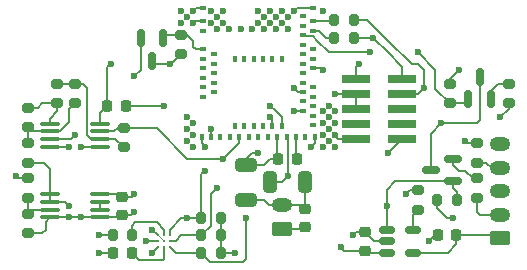
<source format=gtl>
%TF.GenerationSoftware,KiCad,Pcbnew,9.0.7+1*%
%TF.CreationDate,2026-03-09T20:20:31+00:00*%
%TF.ProjectId,Test_5,54657374-5f35-42e6-9b69-6361645f7063,NO_TAG+ (Unreleased)*%
%TF.SameCoordinates,Original*%
%TF.FileFunction,Copper,L1,Top*%
%TF.FilePolarity,Positive*%
%FSLAX46Y46*%
G04 Gerber Fmt 4.6, Leading zero omitted, Abs format (unit mm)*
G04 Created by KiCad (PCBNEW 9.0.7+1) date 2026-03-09 20:20:31*
%MOMM*%
%LPD*%
G01*
G04 APERTURE LIST*
G04 Aperture macros list*
%AMRoundRect*
0 Rectangle with rounded corners*
0 $1 Rounding radius*
0 $2 $3 $4 $5 $6 $7 $8 $9 X,Y pos of 4 corners*
0 Add a 4 corners polygon primitive as box body*
4,1,4,$2,$3,$4,$5,$6,$7,$8,$9,$2,$3,0*
0 Add four circle primitives for the rounded corners*
1,1,$1+$1,$2,$3*
1,1,$1+$1,$4,$5*
1,1,$1+$1,$6,$7*
1,1,$1+$1,$8,$9*
0 Add four rect primitives between the rounded corners*
20,1,$1+$1,$2,$3,$4,$5,0*
20,1,$1+$1,$4,$5,$6,$7,0*
20,1,$1+$1,$6,$7,$8,$9,0*
20,1,$1+$1,$8,$9,$2,$3,0*%
G04 Aperture macros list end*
%TA.AperFunction,SMDPad,CuDef*%
%ADD10RoundRect,0.225000X-0.225000X-0.250000X0.225000X-0.250000X0.225000X0.250000X-0.225000X0.250000X0*%
%TD*%
%TA.AperFunction,SMDPad,CuDef*%
%ADD11RoundRect,0.200000X-0.275000X0.200000X-0.275000X-0.200000X0.275000X-0.200000X0.275000X0.200000X0*%
%TD*%
%TA.AperFunction,SMDPad,CuDef*%
%ADD12RoundRect,0.200000X0.200000X0.275000X-0.200000X0.275000X-0.200000X-0.275000X0.200000X-0.275000X0*%
%TD*%
%TA.AperFunction,SMDPad,CuDef*%
%ADD13RoundRect,0.225000X0.250000X-0.225000X0.250000X0.225000X-0.250000X0.225000X-0.250000X-0.225000X0*%
%TD*%
%TA.AperFunction,BGAPad,CuDef*%
%ADD14C,0.245000*%
%TD*%
%TA.AperFunction,SMDPad,CuDef*%
%ADD15RoundRect,0.200000X0.275000X-0.200000X0.275000X0.200000X-0.275000X0.200000X-0.275000X-0.200000X0*%
%TD*%
%TA.AperFunction,SMDPad,CuDef*%
%ADD16R,0.600000X0.400000*%
%TD*%
%TA.AperFunction,SMDPad,CuDef*%
%ADD17R,0.400000X0.600000*%
%TD*%
%TA.AperFunction,SMDPad,CuDef*%
%ADD18RoundRect,0.150000X-0.512500X-0.150000X0.512500X-0.150000X0.512500X0.150000X-0.512500X0.150000X0*%
%TD*%
%TA.AperFunction,SMDPad,CuDef*%
%ADD19RoundRect,0.218750X-0.218750X-0.256250X0.218750X-0.256250X0.218750X0.256250X-0.218750X0.256250X0*%
%TD*%
%TA.AperFunction,SMDPad,CuDef*%
%ADD20RoundRect,0.250000X-0.650000X0.325000X-0.650000X-0.325000X0.650000X-0.325000X0.650000X0.325000X0*%
%TD*%
%TA.AperFunction,SMDPad,CuDef*%
%ADD21RoundRect,0.150000X0.587500X0.150000X-0.587500X0.150000X-0.587500X-0.150000X0.587500X-0.150000X0*%
%TD*%
%TA.AperFunction,SMDPad,CuDef*%
%ADD22RoundRect,0.225000X0.225000X0.250000X-0.225000X0.250000X-0.225000X-0.250000X0.225000X-0.250000X0*%
%TD*%
%TA.AperFunction,SMDPad,CuDef*%
%ADD23RoundRect,0.250000X-0.325000X-0.650000X0.325000X-0.650000X0.325000X0.650000X-0.325000X0.650000X0*%
%TD*%
%TA.AperFunction,SMDPad,CuDef*%
%ADD24RoundRect,0.150000X-0.150000X0.587500X-0.150000X-0.587500X0.150000X-0.587500X0.150000X0.587500X0*%
%TD*%
%TA.AperFunction,SMDPad,CuDef*%
%ADD25RoundRect,0.150000X0.150000X-0.587500X0.150000X0.587500X-0.150000X0.587500X-0.150000X-0.587500X0*%
%TD*%
%TA.AperFunction,SMDPad,CuDef*%
%ADD26RoundRect,0.100000X-0.712500X-0.100000X0.712500X-0.100000X0.712500X0.100000X-0.712500X0.100000X0*%
%TD*%
%TA.AperFunction,SMDPad,CuDef*%
%ADD27R,2.400000X0.740000*%
%TD*%
%TA.AperFunction,SMDPad,CuDef*%
%ADD28RoundRect,0.225000X-0.250000X0.225000X-0.250000X-0.225000X0.250000X-0.225000X0.250000X0.225000X0*%
%TD*%
%TA.AperFunction,SMDPad,CuDef*%
%ADD29RoundRect,0.200000X-0.200000X-0.275000X0.200000X-0.275000X0.200000X0.275000X-0.200000X0.275000X0*%
%TD*%
%TA.AperFunction,ComponentPad*%
%ADD30RoundRect,0.250000X0.625000X-0.350000X0.625000X0.350000X-0.625000X0.350000X-0.625000X-0.350000X0*%
%TD*%
%TA.AperFunction,ComponentPad*%
%ADD31O,1.750000X1.200000*%
%TD*%
%TA.AperFunction,ViaPad*%
%ADD32C,0.600000*%
%TD*%
%TA.AperFunction,Conductor*%
%ADD33C,0.200000*%
%TD*%
%TA.AperFunction,Conductor*%
%ADD34C,0.100000*%
%TD*%
G04 APERTURE END LIST*
D10*
%TO.P,C2,1*%
%TO.N,+3.3V*%
X10225000Y14000000D03*
%TO.P,C2,2*%
%TO.N,GND*%
X11775000Y14000000D03*
%TD*%
D11*
%TO.P,R9,1*%
%TO.N,+3.3V*%
X41500000Y10825000D03*
%TO.P,R9,2*%
%TO.N,/Project Architecture/BLE Controller/~{PAIR_SW}*%
X41500000Y9175000D03*
%TD*%
D12*
%TO.P,R11,1*%
%TO.N,/Project Architecture/Power and Interface/SWDCLK*%
X31075000Y21250000D03*
%TO.P,R11,2*%
%TO.N,Net-(U3-SWDCLK)*%
X29425000Y21250000D03*
%TD*%
D11*
%TO.P,R6,1*%
%TO.N,Net-(U2B--)*%
X7500000Y15825000D03*
%TO.P,R6,2*%
%TO.N,Net-(U2A--)*%
X7500000Y14175000D03*
%TD*%
D12*
%TO.P,R13,1*%
%TO.N,+3.3V*%
X19825000Y1500000D03*
%TO.P,R13,2*%
%TO.N,/Project Architecture/BLE Controller/SCL*%
X18175000Y1500000D03*
%TD*%
D11*
%TO.P,R18,1*%
%TO.N,Net-(Q3-S)*%
X44250000Y15825000D03*
%TO.P,R18,2*%
%TO.N,/Project Architecture/Power and Interface/PAIR_LED_IO*%
X44250000Y14175000D03*
%TD*%
%TO.P,R5,1*%
%TO.N,Net-(R5-Pad1)*%
X3500000Y13825000D03*
%TO.P,R5,2*%
%TO.N,Net-(U2A--)*%
X3500000Y12175000D03*
%TD*%
D13*
%TO.P,C8,1*%
%TO.N,VDD*%
X32000000Y1725000D03*
%TO.P,C8,2*%
%TO.N,GND*%
X32000000Y3275000D03*
%TD*%
D14*
%TO.P,U4,A1,GPOUT*%
%TO.N,/Project Architecture/BLE Controller/~{BATT_INT}*%
X15500000Y3000000D03*
%TO.P,U4,A2,SDA*%
%TO.N,/Project Architecture/BLE Controller/SDA*%
X15500000Y2500000D03*
%TO.P,U4,A3,SCL*%
%TO.N,/Project Architecture/BLE Controller/SCL*%
X15500000Y2000000D03*
%TO.P,U4,B1,BIN*%
%TO.N,Net-(U4-BIN)*%
X15000000Y3000000D03*
%TO.P,U4,B2,VSS*%
%TO.N,GND*%
X15000000Y2500000D03*
%TO.P,U4,B3,VDD*%
%TO.N,Net-(U4-VDD)*%
X15000000Y2000000D03*
%TO.P,U4,C1,VSS*%
%TO.N,GND*%
X14500000Y3000000D03*
%TO.P,U4,C2,SRX*%
%TO.N,VDD*%
X14500000Y2500000D03*
%TO.P,U4,C3,BAT*%
%TO.N,Net-(J1-Pin_1)*%
X14500000Y2000000D03*
%TD*%
D15*
%TO.P,R2,1*%
%TO.N,Net-(U1A-+)*%
X3500000Y6175000D03*
%TO.P,R2,2*%
%TO.N,+3.3V*%
X3500000Y7825000D03*
%TD*%
D11*
%TO.P,R19,1*%
%TO.N,+3.3V*%
X39250000Y15825000D03*
%TO.P,R19,2*%
%TO.N,/Project Architecture/BLE Controller/~{PAIR_LED}*%
X39250000Y14175000D03*
%TD*%
D16*
%TO.P,U3,1,GND*%
%TO.N,GND*%
X18350000Y22250000D03*
%TO.P,U3,2,GND*%
X18350000Y21150000D03*
%TO.P,U3,3,P1.10*%
%TO.N,unconnected-(U3-P1.10-Pad3)*%
X18350000Y20350000D03*
%TO.P,U3,4,P1.11*%
%TO.N,/Project Architecture/BLE Controller/~{LOAD_CELL_EN}*%
X18350000Y18750000D03*
%TO.P,U3,5,P1.12*%
%TO.N,unconnected-(U3-P1.12-Pad5)*%
X19250000Y18350000D03*
%TO.P,U3,6,P1.13*%
%TO.N,unconnected-(U3-P1.13-Pad6)*%
X18350000Y17950000D03*
%TO.P,U3,7,P1.14*%
%TO.N,unconnected-(U3-P1.14-Pad7)*%
X19250000Y17550000D03*
%TO.P,U3,8,P1.15*%
%TO.N,unconnected-(U3-P1.15-Pad8)*%
X18350000Y17150000D03*
%TO.P,U3,9,P0.03*%
%TO.N,unconnected-(U3-P0.03-Pad9)*%
X19250000Y16750000D03*
%TO.P,U3,10,P0.29*%
%TO.N,unconnected-(U3-P0.29-Pad10)*%
X18350000Y16350000D03*
%TO.P,U3,11,P0.02*%
%TO.N,unconnected-(U3-P0.02-Pad11)*%
X19250000Y15950000D03*
%TO.P,U3,12,P0.31*%
%TO.N,unconnected-(U3-P0.31-Pad12)*%
X18350000Y15550000D03*
%TO.P,U3,13,P0.28*%
%TO.N,unconnected-(U3-P0.28-Pad13)*%
X19250000Y15150000D03*
%TO.P,U3,14,P0.30*%
%TO.N,unconnected-(U3-P0.30-Pad14)*%
X18350000Y14750000D03*
D17*
%TO.P,U3,15,GND*%
%TO.N,GND*%
X18200000Y11350000D03*
%TO.P,U3,16,P0.27*%
%TO.N,/Project Architecture/BLE Controller/~{BATT_INT}*%
X19000000Y11350000D03*
%TO.P,U3,17,P0.00*%
%TO.N,unconnected-(U3-P0.00-Pad17)*%
X19800000Y11350000D03*
%TO.P,U3,18,P0.01*%
%TO.N,unconnected-(U3-P0.01-Pad18)*%
X20600000Y11350000D03*
%TO.P,U3,19,P0.26*%
%TO.N,unconnected-(U3-P0.26-Pad19)*%
X21000000Y12250000D03*
%TO.P,U3,20,P0.04*%
%TO.N,/Project Architecture/BLE Controller/LOAD_CELL*%
X21400000Y11350000D03*
%TO.P,U3,21,P0.05*%
%TO.N,unconnected-(U3-P0.05-Pad21)*%
X21800000Y12250000D03*
%TO.P,U3,22,P0.06*%
%TO.N,unconnected-(U3-P0.06-Pad22)*%
X22200000Y11350000D03*
%TO.P,U3,23,P0.07*%
%TO.N,unconnected-(U3-P0.07-Pad23)*%
X22600000Y12250000D03*
%TO.P,U3,24,P0.08*%
%TO.N,unconnected-(U3-P0.08-Pad24)*%
X23000000Y11350000D03*
%TO.P,U3,25,P1.08*%
%TO.N,unconnected-(U3-P1.08-Pad25)*%
X23400000Y12250000D03*
%TO.P,U3,26,P1.09*%
%TO.N,unconnected-(U3-P1.09-Pad26)*%
X23800000Y11350000D03*
%TO.P,U3,27,P0.11*%
%TO.N,/Project Architecture/BLE Controller/SCL*%
X24200000Y12250000D03*
%TO.P,U3,28,VDD*%
%TO.N,+3.3V*%
X24600000Y11350000D03*
%TO.P,U3,29,P0.12*%
%TO.N,/Project Architecture/BLE Controller/SDA*%
X25000000Y12250000D03*
%TO.P,U3,30,VDDH*%
%TO.N,VDD*%
X25400000Y11350000D03*
%TO.P,U3,31,DCCH*%
%TO.N,Net-(U3-DCCH)*%
X26200000Y11350000D03*
%TO.P,U3,32,VBUS*%
%TO.N,unconnected-(U3-VBUS-Pad32)*%
X27000000Y11350000D03*
%TO.P,U3,33,GND*%
%TO.N,GND*%
X27800000Y11350000D03*
D16*
%TO.P,U3,34,D-*%
%TO.N,unconnected-(U3-D--Pad34)*%
X27650000Y12350000D03*
%TO.P,U3,35,D+*%
%TO.N,unconnected-(U3-D+-Pad35)*%
X27650000Y13150000D03*
%TO.P,U3,36,P0.14*%
%TO.N,/Project Architecture/Power and Interface/STAT*%
X26750000Y13550000D03*
%TO.P,U3,37,P0.13*%
%TO.N,unconnected-(U3-P0.13-Pad37)*%
X27650000Y13950000D03*
%TO.P,U3,38,P0.16*%
%TO.N,unconnected-(U3-P0.16-Pad38)*%
X26750000Y14350000D03*
%TO.P,U3,39,P0.15*%
%TO.N,unconnected-(U3-P0.15-Pad39)*%
X27650000Y14750000D03*
%TO.P,U3,40,P0.18*%
%TO.N,/Project Architecture/Power and Interface/~{RESET}*%
X26750000Y15150000D03*
%TO.P,U3,41,P0.17*%
%TO.N,unconnected-(U3-P0.17-Pad41)*%
X27650000Y15550000D03*
%TO.P,U3,42,P0.19*%
%TO.N,unconnected-(U3-P0.19-Pad42)*%
X26750000Y15950000D03*
%TO.P,U3,43,P0.21*%
%TO.N,unconnected-(U3-P0.21-Pad43)*%
X26750000Y16750000D03*
%TO.P,U3,44,P0.20*%
%TO.N,/Project Architecture/BLE Controller/~{PAIR_SW}*%
X27650000Y17150000D03*
%TO.P,U3,45,P0.23*%
%TO.N,unconnected-(U3-P0.23-Pad45)*%
X26750000Y17550000D03*
%TO.P,U3,46,P0.22*%
%TO.N,unconnected-(U3-P0.22-Pad46)*%
X27650000Y17950000D03*
%TO.P,U3,47,P1.00*%
%TO.N,unconnected-(U3-P1.00-Pad47)*%
X26750000Y18350000D03*
%TO.P,U3,48,P0.24*%
%TO.N,unconnected-(U3-P0.24-Pad48)*%
X27650000Y18750000D03*
%TO.P,U3,49,P0.25*%
%TO.N,unconnected-(U3-P0.25-Pad49)*%
X26750000Y19150000D03*
%TO.P,U3,50,P1.02*%
%TO.N,/Project Architecture/BLE Controller/~{PAIR_LED}*%
X26750000Y19950000D03*
%TO.P,U3,51,SWDIO*%
%TO.N,Net-(U3-SWDIO)*%
X27650000Y20350000D03*
%TO.P,U3,52,P0.09*%
%TO.N,unconnected-(U3-P0.09-Pad52)*%
X26750000Y20750000D03*
%TO.P,U3,53,SWDCLK*%
%TO.N,Net-(U3-SWDCLK)*%
X27650000Y21150000D03*
%TO.P,U3,54,P0.10*%
%TO.N,unconnected-(U3-P0.10-Pad54)*%
X26750000Y21550000D03*
%TO.P,U3,55,GND*%
%TO.N,GND*%
X27650000Y22250000D03*
D17*
%TO.P,U3,56,P1.04*%
%TO.N,unconnected-(U3-P1.04-Pad56)*%
X21000000Y17950000D03*
%TO.P,U3,57,P1.06*%
%TO.N,unconnected-(U3-P1.06-Pad57)*%
X21800000Y17950000D03*
%TO.P,U3,58,P1.07*%
%TO.N,unconnected-(U3-P1.07-Pad58)*%
X22600000Y17950000D03*
%TO.P,U3,59,P1.05*%
%TO.N,unconnected-(U3-P1.05-Pad59)*%
X23400000Y17950000D03*
%TO.P,U3,60,P1.03*%
%TO.N,unconnected-(U3-P1.03-Pad60)*%
X24200000Y17950000D03*
%TO.P,U3,61,P1.01*%
%TO.N,unconnected-(U3-P1.01-Pad61)*%
X25000000Y17950000D03*
%TD*%
D15*
%TO.P,R17,1*%
%TO.N,Net-(U5-PROG)*%
X36500000Y5175000D03*
%TO.P,R17,2*%
%TO.N,GND*%
X36500000Y6825000D03*
%TD*%
%TO.P,R3,1*%
%TO.N,GND*%
X3500000Y3175000D03*
%TO.P,R3,2*%
%TO.N,Net-(U1A-+)*%
X3500000Y4825000D03*
%TD*%
D12*
%TO.P,R20,1*%
%TO.N,+3.3V*%
X19825000Y4500000D03*
%TO.P,R20,2*%
%TO.N,/Project Architecture/BLE Controller/~{BATT_INT}*%
X18175000Y4500000D03*
%TD*%
D18*
%TO.P,U5,1,STAT*%
%TO.N,/Project Architecture/Power and Interface/STAT*%
X33862500Y3450000D03*
%TO.P,U5,2,V_{SS}*%
%TO.N,GND*%
X33862500Y2500000D03*
%TO.P,U5,3,V_{BAT}*%
%TO.N,VDD*%
X33862500Y1550000D03*
%TO.P,U5,4,V_{DD}*%
%TO.N,VBUS*%
X36137500Y1550000D03*
%TO.P,U5,5,PROG*%
%TO.N,Net-(U5-PROG)*%
X36137500Y3450000D03*
%TD*%
D12*
%TO.P,R12,1*%
%TO.N,+3.3V*%
X19825000Y3000000D03*
%TO.P,R12,2*%
%TO.N,/Project Architecture/BLE Controller/SDA*%
X18175000Y3000000D03*
%TD*%
D13*
%TO.P,C5,1*%
%TO.N,Net-(J1-Pin_1)*%
X27000000Y3725000D03*
%TO.P,C5,2*%
%TO.N,GND*%
X27000000Y5275000D03*
%TD*%
D19*
%TO.P,L1,1*%
%TO.N,+3.3V*%
X24712500Y9500000D03*
%TO.P,L1,2*%
%TO.N,Net-(U3-DCCH)*%
X26287500Y9500000D03*
%TD*%
D20*
%TO.P,C4,1*%
%TO.N,+3.3V*%
X22000000Y8975000D03*
%TO.P,C4,2*%
%TO.N,GND*%
X22000000Y6025000D03*
%TD*%
D11*
%TO.P,R8,1*%
%TO.N,/Project Architecture/BLE Controller/LOAD_CELL*%
X11612500Y12100000D03*
%TO.P,R8,2*%
%TO.N,Net-(U2B--)*%
X11612500Y10450000D03*
%TD*%
D21*
%TO.P,Q2,1,G*%
%TO.N,/Project Architecture/Power and Interface/STAT*%
X39500000Y7600000D03*
%TO.P,Q2,2,S*%
%TO.N,Net-(Q2-S)*%
X39500000Y9500000D03*
%TO.P,Q2,3,D*%
%TO.N,VDD*%
X37625000Y8550000D03*
%TD*%
D22*
%TO.P,C6,1*%
%TO.N,Net-(U4-VDD)*%
X12275000Y1500000D03*
%TO.P,C6,2*%
%TO.N,GND*%
X10725000Y1500000D03*
%TD*%
D23*
%TO.P,C3,1*%
%TO.N,VDD*%
X24025000Y7500000D03*
%TO.P,C3,2*%
%TO.N,GND*%
X26975000Y7500000D03*
%TD*%
D24*
%TO.P,Q1,1,G*%
%TO.N,/Project Architecture/BLE Controller/~{LOAD_CELL_EN}*%
X14950000Y19687500D03*
%TO.P,Q1,2,S*%
%TO.N,/Project Architecture/Load Cell Amp/EXC+*%
X13050000Y19687500D03*
%TO.P,Q1,3,D*%
%TO.N,+3.3V*%
X14000000Y17812500D03*
%TD*%
D25*
%TO.P,Q3,1,G*%
%TO.N,/Project Architecture/BLE Controller/~{PAIR_LED}*%
X40800000Y14562500D03*
%TO.P,Q3,2,S*%
%TO.N,Net-(Q3-S)*%
X42700000Y14562500D03*
%TO.P,Q3,3,D*%
%TO.N,VDD*%
X41750000Y16437500D03*
%TD*%
D26*
%TO.P,U2,1*%
%TO.N,Net-(R5-Pad1)*%
X5387500Y12475000D03*
%TO.P,U2,2,-*%
%TO.N,Net-(U2A--)*%
X5387500Y11825000D03*
%TO.P,U2,3,+*%
%TO.N,/Project Architecture/Load Cell Amp/SIG+*%
X5387500Y11175000D03*
%TO.P,U2,4,V-*%
%TO.N,GND*%
X5387500Y10525000D03*
%TO.P,U2,5,+*%
%TO.N,/Project Architecture/Load Cell Amp/SIG-*%
X9612500Y10525000D03*
%TO.P,U2,6,-*%
%TO.N,Net-(U2B--)*%
X9612500Y11175000D03*
%TO.P,U2,7*%
%TO.N,/Project Architecture/BLE Controller/LOAD_CELL*%
X9612500Y11825000D03*
%TO.P,U2,8,V+*%
%TO.N,+3.3V*%
X9612500Y12475000D03*
%TD*%
D11*
%TO.P,R14,1*%
%TO.N,Net-(Q2-S)*%
X41500000Y7825000D03*
%TO.P,R14,2*%
%TO.N,/Project Architecture/Power and Interface/CHARGE_LED_IO*%
X41500000Y6175000D03*
%TD*%
D22*
%TO.P,C7,1*%
%TO.N,VBUS*%
X39775000Y3000000D03*
%TO.P,C7,2*%
%TO.N,GND*%
X38225000Y3000000D03*
%TD*%
D27*
%TO.P,J3,1,VTref*%
%TO.N,+3.3V*%
X31300000Y16290000D03*
%TO.P,J3,2,SWDIO/TMS*%
%TO.N,/Project Architecture/Power and Interface/SWDIO*%
X35200000Y16290000D03*
%TO.P,J3,3,GND*%
%TO.N,GND*%
X31300000Y15020000D03*
%TO.P,J3,4,SWCLK/TCK*%
%TO.N,/Project Architecture/Power and Interface/SWDCLK*%
X35200000Y15020000D03*
%TO.P,J3,5,GND*%
%TO.N,GND*%
X31300000Y13750000D03*
%TO.P,J3,6,SWO/TDO*%
%TO.N,unconnected-(J3-SWO{slash}TDO-Pad6)*%
X35200000Y13750000D03*
%TO.P,J3,7,KEY*%
%TO.N,unconnected-(J3-KEY-Pad7)*%
X31300000Y12480000D03*
%TO.P,J3,8,NC/TDI*%
%TO.N,unconnected-(J3-NC{slash}TDI-Pad8)*%
X35200000Y12480000D03*
%TO.P,J3,9,GNDDetect*%
%TO.N,GND*%
X31300000Y11210000D03*
%TO.P,J3,10,~{RESET}*%
%TO.N,/Project Architecture/Power and Interface/~{RESET}*%
X35200000Y11210000D03*
%TD*%
D28*
%TO.P,C1,1*%
%TO.N,+3.3V*%
X11500000Y6275000D03*
%TO.P,C1,2*%
%TO.N,GND*%
X11500000Y4725000D03*
%TD*%
D11*
%TO.P,R4,1*%
%TO.N,Net-(U2A--)*%
X3500000Y10825000D03*
%TO.P,R4,2*%
%TO.N,Net-(U1A--)*%
X3500000Y9175000D03*
%TD*%
D15*
%TO.P,R1,1*%
%TO.N,+3.3V*%
X16500000Y18350000D03*
%TO.P,R1,2*%
%TO.N,/Project Architecture/BLE Controller/~{LOAD_CELL_EN}*%
X16500000Y20000000D03*
%TD*%
D29*
%TO.P,R16,1*%
%TO.N,+3.3V*%
X38175000Y6000000D03*
%TO.P,R16,2*%
%TO.N,/Project Architecture/Power and Interface/STAT*%
X39825000Y6000000D03*
%TD*%
D11*
%TO.P,R7,1*%
%TO.N,Net-(U2B--)*%
X6000000Y15825000D03*
%TO.P,R7,2*%
%TO.N,Net-(R5-Pad1)*%
X6000000Y14175000D03*
%TD*%
D12*
%TO.P,R15,1*%
%TO.N,Net-(U4-BIN)*%
X12325000Y3000000D03*
%TO.P,R15,2*%
%TO.N,GND*%
X10675000Y3000000D03*
%TD*%
D26*
%TO.P,U1,1*%
%TO.N,Net-(U1A--)*%
X5387500Y6475000D03*
%TO.P,U1,2,-*%
X5387500Y5825000D03*
%TO.P,U1,3,+*%
%TO.N,Net-(U1A-+)*%
X5387500Y5175000D03*
%TO.P,U1,4,V-*%
%TO.N,GND*%
X5387500Y4525000D03*
%TO.P,U1,5,+*%
X9612500Y4525000D03*
%TO.P,U1,6,-*%
%TO.N,Net-(U1B--)*%
X9612500Y5175000D03*
%TO.P,U1,7*%
X9612500Y5825000D03*
%TO.P,U1,8,V+*%
%TO.N,+3.3V*%
X9612500Y6475000D03*
%TD*%
D12*
%TO.P,R10,1*%
%TO.N,/Project Architecture/Power and Interface/SWDIO*%
X31075000Y19750000D03*
%TO.P,R10,2*%
%TO.N,Net-(U3-SWDIO)*%
X29425000Y19750000D03*
%TD*%
D30*
%TO.P,J2,1,Pin_1*%
%TO.N,VBUS*%
X43500000Y2750000D03*
D31*
%TO.P,J2,2,Pin_2*%
%TO.N,/Project Architecture/Power and Interface/CHARGE_LED_IO*%
X43500000Y4750000D03*
%TO.P,J2,3,Pin_3*%
%TO.N,/Project Architecture/Power and Interface/PAIR_LED_IO*%
X43500000Y6750000D03*
%TO.P,J2,4,Pin_4*%
%TO.N,/Project Architecture/BLE Controller/~{PAIR_SW}*%
X43500000Y8750000D03*
%TO.P,J2,5,Pin_5*%
%TO.N,GND*%
X43500000Y10750000D03*
%TD*%
D30*
%TO.P,J1,1,Pin_1*%
%TO.N,Net-(J1-Pin_1)*%
X25050000Y3550000D03*
D31*
%TO.P,J1,2,Pin_2*%
%TO.N,GND*%
X25050000Y5550000D03*
%TD*%
D32*
%TO.N,GND*%
X17500000Y21000000D03*
X20000000Y21000000D03*
X29500000Y15000000D03*
X24000000Y21000000D03*
X21500000Y20500000D03*
X23000000Y22000000D03*
X12500000Y5000000D03*
X31000000Y3000000D03*
X17000000Y13000000D03*
X29500000Y13500000D03*
X28500000Y12500000D03*
X25000000Y21000000D03*
X28500000Y10500000D03*
X17000000Y11000000D03*
X25000000Y22000000D03*
X23000000Y21000000D03*
X17500000Y12500000D03*
X20500000Y20500000D03*
X29500000Y11500000D03*
X17500000Y22000000D03*
X28500000Y22000000D03*
X37500000Y2500000D03*
X17500000Y11500000D03*
X19500000Y20500000D03*
X22500000Y20500000D03*
X17000000Y21500000D03*
X9500000Y1500000D03*
X29500000Y10500000D03*
X24500000Y21500000D03*
X14000000Y3500000D03*
X28500000Y11500000D03*
X19000000Y21000000D03*
X25500000Y21500000D03*
X19500000Y21500000D03*
X29000000Y13000000D03*
X24500000Y20500000D03*
X28500000Y13500000D03*
X19000000Y22000000D03*
X27500000Y10500000D03*
X23500000Y21500000D03*
X7000000Y4525000D03*
X26000000Y22000000D03*
X15000000Y14000000D03*
X16500000Y22000000D03*
X29500000Y12500000D03*
X35500000Y6500000D03*
X29000000Y11000000D03*
X25500000Y20500000D03*
X29000000Y12000000D03*
X6975000Y10525000D03*
X17000000Y12000000D03*
X17500000Y10500000D03*
X9500000Y3000000D03*
X18500000Y10500000D03*
X29000000Y14000000D03*
X23500000Y20500000D03*
X8000000Y4525000D03*
X16500000Y21000000D03*
X24000000Y22000000D03*
X20000000Y22000000D03*
%TO.N,+3.3V*%
X2500000Y8000000D03*
X40000000Y17000000D03*
X31500000Y17500000D03*
X23000000Y10000000D03*
X12500000Y6500000D03*
X15500000Y17500000D03*
X39500000Y4500000D03*
X40500000Y11000000D03*
X21000000Y1500000D03*
X10500000Y17500000D03*
%TO.N,VDD*%
X30000000Y2000000D03*
X25500000Y8000000D03*
X13500000Y2500000D03*
X38500000Y12500000D03*
%TO.N,Net-(J1-Pin_1)*%
X14000000Y1500000D03*
%TO.N,/Project Architecture/Power and Interface/PAIR_LED_IO*%
X43500000Y13000000D03*
%TO.N,/Project Architecture/BLE Controller/~{PAIR_SW}*%
X28500000Y17000000D03*
%TO.N,/Project Architecture/Power and Interface/SWDIO*%
X32750000Y19750000D03*
%TO.N,/Project Architecture/Power and Interface/SWDCLK*%
X37000000Y15500000D03*
%TO.N,/Project Architecture/Power and Interface/~{RESET}*%
X33995000Y10005000D03*
X26000000Y15500000D03*
%TO.N,/Project Architecture/Load Cell Amp/EXC+*%
X12500000Y16500000D03*
%TO.N,/Project Architecture/Power and Interface/STAT*%
X26000000Y13500000D03*
X33862500Y5500000D03*
%TO.N,/Project Architecture/BLE Controller/~{PAIR_LED}*%
X32500000Y18500000D03*
X36500000Y18500000D03*
%TO.N,Net-(U1A--)*%
X7000000Y5500000D03*
%TO.N,/Project Architecture/BLE Controller/LOAD_CELL*%
X20050000Y9500000D03*
%TO.N,/Project Architecture/BLE Controller/SDA*%
X24000000Y14000000D03*
X19500000Y7000000D03*
%TO.N,/Project Architecture/BLE Controller/SCL*%
X24000000Y13000000D03*
X22000000Y4500000D03*
%TO.N,/Project Architecture/BLE Controller/~{BATT_INT}*%
X19000000Y12000000D03*
X17000000Y4500000D03*
X18500000Y8500000D03*
%TO.N,/Project Architecture/Load Cell Amp/SIG-*%
X8025000Y10525000D03*
%TO.N,/Project Architecture/Load Cell Amp/SIG+*%
X7500000Y11500000D03*
%TD*%
D33*
%TO.N,GND*%
X18200000Y11350000D02*
X18200000Y10800000D01*
X3500000Y3175000D02*
X4675000Y3175000D01*
X36500000Y6825000D02*
X35825000Y6825000D01*
X14500000Y3000000D02*
X14000000Y3500000D01*
X5387500Y4525000D02*
X7000000Y4525000D01*
X11500000Y4725000D02*
X12225000Y4725000D01*
X5387500Y10525000D02*
X6975000Y10525000D01*
X26975000Y5300000D02*
X27000000Y5275000D01*
X38000000Y3000000D02*
X37500000Y2500000D01*
X10675000Y3000000D02*
X10000000Y3000000D01*
X9612500Y4525000D02*
X11300000Y4525000D01*
X27650000Y22250000D02*
X26250000Y22250000D01*
X33862500Y2500000D02*
X32775000Y2500000D01*
X10725000Y1500000D02*
X10000000Y1500000D01*
X10000000Y1500000D02*
X9500000Y1500000D01*
X32000000Y3275000D02*
X31275000Y3275000D01*
X11300000Y4525000D02*
X11500000Y4725000D01*
X31300000Y15020000D02*
X29520000Y15020000D01*
X17750000Y22250000D02*
X17500000Y22000000D01*
X38225000Y3000000D02*
X38000000Y3000000D01*
X29500000Y15000000D02*
X29520000Y15020000D01*
X10000000Y3000000D02*
X9500000Y3000000D01*
X4675000Y3175000D02*
X5000000Y3500000D01*
X26975000Y7500000D02*
X26975000Y5300000D01*
X18200000Y10800000D02*
X18500000Y10500000D01*
X18350000Y21150000D02*
X17650000Y21150000D01*
D34*
X15000000Y2500000D02*
X14500000Y3000000D01*
D33*
X12225000Y4725000D02*
X12500000Y5000000D01*
X5000000Y4137500D02*
X5387500Y4525000D01*
X35825000Y6825000D02*
X35500000Y6500000D01*
X27800000Y11350000D02*
X27800000Y10800000D01*
X8000000Y4525000D02*
X9612500Y4525000D01*
X23475000Y6025000D02*
X23950000Y5550000D01*
X25050000Y5550000D02*
X26725000Y5550000D01*
X26250000Y22250000D02*
X26000000Y22000000D01*
X22000000Y6025000D02*
X23475000Y6025000D01*
X11775000Y14000000D02*
X15000000Y14000000D01*
X26725000Y5550000D02*
X27000000Y5275000D01*
X31300000Y13750000D02*
X31300000Y15020000D01*
X7000000Y4525000D02*
X8000000Y4525000D01*
X17650000Y21150000D02*
X17500000Y21000000D01*
X7000000Y10500000D02*
X6975000Y10525000D01*
X27800000Y10800000D02*
X27500000Y10500000D01*
X18350000Y22250000D02*
X17750000Y22250000D01*
X31300000Y11210000D02*
X29790000Y11210000D01*
X31275000Y3275000D02*
X31000000Y3000000D01*
X23950000Y5550000D02*
X25050000Y5550000D01*
X29790000Y11210000D02*
X29500000Y11500000D01*
X5000000Y3500000D02*
X5000000Y4137500D01*
X32775000Y2500000D02*
X32000000Y3275000D01*
%TO.N,+3.3V*%
X11300000Y6475000D02*
X11500000Y6275000D01*
X39000000Y4500000D02*
X39500000Y4500000D01*
X9612500Y12475000D02*
X9612500Y13387500D01*
X41500000Y10825000D02*
X40675000Y10825000D01*
X31300000Y16290000D02*
X31300000Y17300000D01*
X10225000Y14000000D02*
X10225000Y17225000D01*
X15650000Y17500000D02*
X16500000Y18350000D01*
X24600000Y11350000D02*
X24600000Y9612500D01*
X12275000Y6275000D02*
X12500000Y6500000D01*
X9612500Y6475000D02*
X11300000Y6475000D01*
X24600000Y9612500D02*
X24712500Y9500000D01*
X22500000Y10000000D02*
X22000000Y9500000D01*
X15500000Y17500000D02*
X14312500Y17500000D01*
X11500000Y6275000D02*
X12275000Y6275000D01*
X14312500Y17500000D02*
X14000000Y17812500D01*
X19825000Y4500000D02*
X19825000Y3000000D01*
X19825000Y1500000D02*
X21000000Y1500000D01*
X40675000Y10825000D02*
X40500000Y11000000D01*
X39250000Y15825000D02*
X39250000Y16250000D01*
X10225000Y17225000D02*
X10500000Y17500000D01*
X9612500Y13387500D02*
X10225000Y14000000D01*
X38175000Y5325000D02*
X39000000Y4500000D01*
X2675000Y7825000D02*
X2500000Y8000000D01*
X22000000Y9500000D02*
X22000000Y8975000D01*
X38175000Y6000000D02*
X38175000Y5325000D01*
X15500000Y17500000D02*
X15650000Y17500000D01*
X24000000Y9500000D02*
X23475000Y8975000D01*
X19825000Y3000000D02*
X19825000Y1500000D01*
X3500000Y7825000D02*
X2675000Y7825000D01*
X24712500Y9500000D02*
X24000000Y9500000D01*
X39250000Y16250000D02*
X40000000Y17000000D01*
X23475000Y8975000D02*
X22000000Y8975000D01*
X23000000Y10000000D02*
X22500000Y10000000D01*
X31300000Y17300000D02*
X31500000Y17500000D01*
%TO.N,VDD*%
X38500000Y12500000D02*
X41500000Y12500000D01*
X32175000Y1550000D02*
X32000000Y1725000D01*
X30275000Y1725000D02*
X30000000Y2000000D01*
X32000000Y1725000D02*
X30275000Y1725000D01*
X25500000Y8000000D02*
X25500000Y11250000D01*
X14500000Y2500000D02*
X13500000Y2500000D01*
X41750000Y12750000D02*
X41750000Y16437500D01*
X37625000Y11625000D02*
X38500000Y12500000D01*
X37625000Y8550000D02*
X37625000Y11625000D01*
X24025000Y7500000D02*
X25000000Y7500000D01*
X25000000Y7500000D02*
X25500000Y8000000D01*
X25500000Y11250000D02*
X25400000Y11350000D01*
X41500000Y12500000D02*
X41750000Y12750000D01*
X33862500Y1550000D02*
X32175000Y1550000D01*
%TO.N,Net-(J1-Pin_1)*%
X14500000Y2000000D02*
X14000000Y1500000D01*
X26825000Y3550000D02*
X27000000Y3725000D01*
X25050000Y3550000D02*
X26825000Y3550000D01*
%TO.N,Net-(U4-VDD)*%
X15000000Y1000000D02*
X15000000Y2000000D01*
X12876000Y899000D02*
X14899000Y899000D01*
X12275000Y1500000D02*
X12876000Y899000D01*
X14899000Y899000D02*
X15000000Y1000000D01*
%TO.N,VBUS*%
X39775000Y2275000D02*
X39775000Y3000000D01*
X43250000Y3000000D02*
X43500000Y2750000D01*
X39050000Y1550000D02*
X39775000Y2275000D01*
X36137500Y1550000D02*
X39050000Y1550000D01*
X39775000Y3000000D02*
X43250000Y3000000D01*
%TO.N,/Project Architecture/Power and Interface/CHARGE_LED_IO*%
X41500000Y5000000D02*
X41500000Y6175000D01*
X41750000Y4750000D02*
X41500000Y5000000D01*
X43500000Y4750000D02*
X41750000Y4750000D01*
%TO.N,/Project Architecture/Power and Interface/PAIR_LED_IO*%
X44250000Y13750000D02*
X43500000Y13000000D01*
X44250000Y14175000D02*
X44250000Y13750000D01*
%TO.N,/Project Architecture/BLE Controller/~{PAIR_SW}*%
X43500000Y8750000D02*
X42750000Y8750000D01*
X42750000Y8750000D02*
X42325000Y9175000D01*
X42325000Y9175000D02*
X41500000Y9175000D01*
X27650000Y17150000D02*
X28350000Y17150000D01*
X28350000Y17150000D02*
X28500000Y17000000D01*
%TO.N,/Project Architecture/Power and Interface/SWDIO*%
X35200000Y16290000D02*
X35200000Y17300000D01*
X32750000Y19750000D02*
X31075000Y19750000D01*
X34000000Y18500000D02*
X32750000Y19750000D01*
X35200000Y17300000D02*
X34000000Y18500000D01*
%TO.N,/Project Architecture/Power and Interface/SWDCLK*%
X36520000Y15020000D02*
X37000000Y15500000D01*
X36000000Y17500000D02*
X36500000Y17500000D01*
X32250000Y21250000D02*
X34000000Y19500000D01*
X36500000Y17500000D02*
X37000000Y17000000D01*
X31075000Y21250000D02*
X32250000Y21250000D01*
X35200000Y15020000D02*
X36520000Y15020000D01*
X34000000Y19500000D02*
X36000000Y17500000D01*
X37000000Y17000000D02*
X37000000Y15500000D01*
%TO.N,/Project Architecture/Power and Interface/~{RESET}*%
X26350000Y15150000D02*
X26000000Y15500000D01*
X33995000Y10005000D02*
X33990000Y10000000D01*
X35200000Y11210000D02*
X33995000Y10005000D01*
X26750000Y15150000D02*
X26350000Y15150000D01*
%TO.N,Net-(U3-DCCH)*%
X26200000Y11350000D02*
X26200000Y9587500D01*
%TO.N,/Project Architecture/BLE Controller/~{LOAD_CELL_EN}*%
X17500000Y19000000D02*
X17500000Y19500000D01*
X17750000Y18750000D02*
X17500000Y19000000D01*
X17000000Y20000000D02*
X17500000Y19500000D01*
X15262500Y20000000D02*
X14950000Y19687500D01*
X18350000Y18750000D02*
X17750000Y18750000D01*
X16500000Y20000000D02*
X17000000Y20000000D01*
X16500000Y20000000D02*
X15262500Y20000000D01*
%TO.N,/Project Architecture/Load Cell Amp/EXC+*%
X13050000Y17050000D02*
X12500000Y16500000D01*
X13050000Y19687500D02*
X13050000Y17050000D01*
%TO.N,Net-(Q2-S)*%
X41500000Y7825000D02*
X41175000Y7825000D01*
X39500000Y9000000D02*
X40000000Y8500000D01*
X39500000Y9500000D02*
X39500000Y9000000D01*
X41175000Y7825000D02*
X40500000Y8500000D01*
X40500000Y8500000D02*
X40000000Y8500000D01*
%TO.N,/Project Architecture/Power and Interface/STAT*%
X39825000Y6000000D02*
X39825000Y6675000D01*
X26750000Y13550000D02*
X26050000Y13550000D01*
X33862500Y5500000D02*
X33862500Y3450000D01*
X26050000Y13550000D02*
X26000000Y13500000D01*
X39500000Y7000000D02*
X39500000Y7600000D01*
X39500000Y7600000D02*
X34600000Y7600000D01*
X39825000Y6675000D02*
X39500000Y7000000D01*
X34600000Y7600000D02*
X33862500Y6862500D01*
X33862500Y6862500D02*
X33862500Y5500000D01*
%TO.N,Net-(Q3-S)*%
X43325000Y15825000D02*
X42700000Y15200000D01*
X42700000Y15200000D02*
X42700000Y14562500D01*
X44250000Y15825000D02*
X43325000Y15825000D01*
%TO.N,/Project Architecture/BLE Controller/~{PAIR_LED}*%
X36500000Y18500000D02*
X38000000Y17000000D01*
X29000000Y18500000D02*
X32500000Y18500000D01*
X39250000Y14175000D02*
X40412500Y14175000D01*
X26750000Y19950000D02*
X26851000Y19849000D01*
X28000000Y19500000D02*
X29000000Y18500000D01*
X27651000Y19849000D02*
X28000000Y19500000D01*
X40412500Y14175000D02*
X40800000Y14562500D01*
X38000000Y15425000D02*
X39250000Y14175000D01*
X26851000Y19849000D02*
X27651000Y19849000D01*
X38000000Y17000000D02*
X38000000Y15425000D01*
%TO.N,Net-(U1A-+)*%
X3850000Y5175000D02*
X3500000Y4825000D01*
X3500000Y6175000D02*
X3500000Y4825000D01*
X5387500Y5175000D02*
X3850000Y5175000D01*
%TO.N,Net-(U1A--)*%
X6675000Y5825000D02*
X7000000Y5500000D01*
X5387500Y5825000D02*
X6675000Y5825000D01*
X5387500Y8612500D02*
X4825000Y9175000D01*
X4825000Y9175000D02*
X3500000Y9175000D01*
X5387500Y6475000D02*
X5387500Y5825000D01*
X5387500Y6475000D02*
X5387500Y8612500D01*
%TO.N,Net-(U2A--)*%
X3850000Y11825000D02*
X3500000Y12175000D01*
X7000000Y12625001D02*
X7000000Y13675000D01*
X5387500Y11825000D02*
X6199999Y11825000D01*
X6199999Y11825000D02*
X7000000Y12625001D01*
X3500000Y12175000D02*
X3500000Y10825000D01*
X7000000Y13675000D02*
X7500000Y14175000D01*
X5387500Y11825000D02*
X3850000Y11825000D01*
%TO.N,Net-(R5-Pad1)*%
X4675000Y14175000D02*
X6000000Y14175000D01*
X3500000Y13825000D02*
X4325000Y13825000D01*
X5387500Y12887500D02*
X5387500Y12475000D01*
X6000000Y13500000D02*
X5387500Y12887500D01*
X4325000Y13825000D02*
X4675000Y14175000D01*
X6000000Y14175000D02*
X6000000Y13500000D01*
%TO.N,Net-(U2B--)*%
X10887500Y11175000D02*
X11612500Y10450000D01*
X8825000Y11175000D02*
X8500000Y11500000D01*
X9612500Y11175000D02*
X10887500Y11175000D01*
X6000000Y15825000D02*
X7500000Y15825000D01*
X9612500Y11175000D02*
X8825000Y11175000D01*
X8175000Y15825000D02*
X7500000Y15825000D01*
X8500000Y15500000D02*
X8175000Y15825000D01*
X8500000Y11500000D02*
X8500000Y15500000D01*
%TO.N,/Project Architecture/BLE Controller/LOAD_CELL*%
X14400000Y12100000D02*
X17000000Y9500000D01*
X17000000Y9500000D02*
X20050000Y9500000D01*
X21400000Y11350000D02*
X21400000Y10850000D01*
X11612500Y12100000D02*
X14400000Y12100000D01*
X11100000Y12100000D02*
X10825000Y11825000D01*
X21400000Y10850000D02*
X20050000Y9500000D01*
X10825000Y11825000D02*
X9612500Y11825000D01*
X11612500Y12100000D02*
X11100000Y12100000D01*
%TO.N,Net-(U3-SWDIO)*%
X28750000Y19750000D02*
X29425000Y19750000D01*
X28150000Y20350000D02*
X28750000Y19750000D01*
X27650000Y20350000D02*
X28150000Y20350000D01*
%TO.N,Net-(U3-SWDCLK)*%
X29325000Y21150000D02*
X29425000Y21250000D01*
X27650000Y21150000D02*
X29325000Y21150000D01*
%TO.N,/Project Architecture/BLE Controller/SDA*%
X25000000Y12250000D02*
X25000000Y13000000D01*
X19000000Y5500000D02*
X19000000Y6500000D01*
X18175000Y3000000D02*
X19000000Y3825000D01*
X19000000Y6500000D02*
X19500000Y7000000D01*
X25000000Y13000000D02*
X24500000Y13500000D01*
X15500000Y2500000D02*
X16000000Y2500000D01*
X16500000Y3000000D02*
X18175000Y3000000D01*
X19000000Y3825000D02*
X19000000Y5500000D01*
X24500000Y13500000D02*
X24000000Y14000000D01*
X16000000Y2500000D02*
X16500000Y3000000D01*
%TO.N,/Project Architecture/BLE Controller/SCL*%
X18175000Y1500000D02*
X18951000Y724000D01*
X24200000Y12250000D02*
X24200000Y12800000D01*
X16000000Y1500000D02*
X18175000Y1500000D01*
X22000000Y1000000D02*
X22000000Y4500000D01*
X21724000Y724000D02*
X22000000Y1000000D01*
X15500000Y2000000D02*
X16000000Y1500000D01*
X24200000Y12800000D02*
X24000000Y13000000D01*
X18951000Y724000D02*
X21724000Y724000D01*
%TO.N,Net-(U4-BIN)*%
X14399000Y4101000D02*
X12601000Y4101000D01*
X12601000Y4101000D02*
X12325000Y3825000D01*
X15000000Y3000000D02*
X15000000Y3500000D01*
X12325000Y3825000D02*
X12325000Y3000000D01*
X15000000Y3500000D02*
X14399000Y4101000D01*
%TO.N,Net-(U5-PROG)*%
X36137500Y3450000D02*
X36137500Y4812500D01*
X36137500Y4812500D02*
X36500000Y5175000D01*
%TO.N,/Project Architecture/BLE Controller/~{BATT_INT}*%
X16500000Y4500000D02*
X17000000Y4500000D01*
X18175000Y8175000D02*
X18500000Y8500000D01*
X17000000Y4500000D02*
X18175000Y4500000D01*
X15500000Y3500000D02*
X16500000Y4500000D01*
X19000000Y11350000D02*
X19000000Y12000000D01*
X18175000Y4500000D02*
X18175000Y8175000D01*
X15500000Y3000000D02*
X15500000Y3500000D01*
%TO.N,Net-(U1B--)*%
X9612500Y5825000D02*
X9612500Y5175000D01*
%TO.N,/Project Architecture/Load Cell Amp/SIG-*%
X9612500Y10525000D02*
X8025000Y10525000D01*
X8000000Y10500000D02*
X8025000Y10525000D01*
%TO.N,/Project Architecture/Load Cell Amp/SIG+*%
X7175000Y11175000D02*
X7500000Y11500000D01*
X5387500Y11175000D02*
X7175000Y11175000D01*
%TD*%
M02*

</source>
